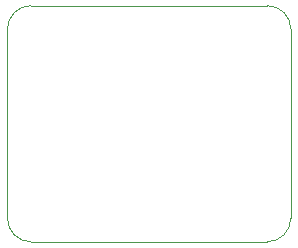
<source format=gbr>
%TF.GenerationSoftware,KiCad,Pcbnew,5.1.10*%
%TF.CreationDate,2021-06-17T01:01:51-05:00*%
%TF.ProjectId,usbttl,75736274-746c-42e6-9b69-6361645f7063,rev?*%
%TF.SameCoordinates,Original*%
%TF.FileFunction,Profile,NP*%
%FSLAX46Y46*%
G04 Gerber Fmt 4.6, Leading zero omitted, Abs format (unit mm)*
G04 Created by KiCad (PCBNEW 5.1.10) date 2021-06-17 01:01:51*
%MOMM*%
%LPD*%
G01*
G04 APERTURE LIST*
%TA.AperFunction,Profile*%
%ADD10C,0.050000*%
%TD*%
G04 APERTURE END LIST*
D10*
X110900000Y-80266000D02*
G75*
G02*
X112900000Y-82266000I0J-2000000D01*
G01*
X88900000Y-82266000D02*
G75*
G02*
X90900000Y-80266000I2000000J0D01*
G01*
X90900000Y-100266000D02*
G75*
G02*
X88900000Y-98266000I0J2000000D01*
G01*
X112900000Y-98266000D02*
G75*
G02*
X110900000Y-100266000I-2000000J0D01*
G01*
X112900000Y-82266000D02*
X112900000Y-98266000D01*
X90900000Y-80266000D02*
X110900000Y-80266000D01*
X90900000Y-100266000D02*
X110900000Y-100266000D01*
X88900000Y-82266000D02*
X88900000Y-98266000D01*
M02*

</source>
